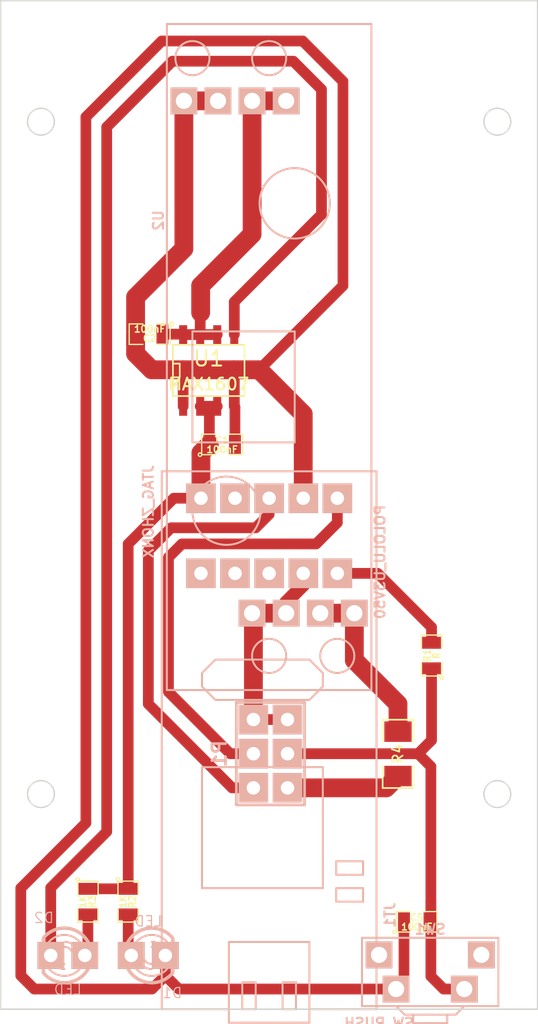
<source format=kicad_pcb>
(kicad_pcb (version 3) (host pcbnew "(2013-07-07 BZR 4022)-stable")

  (general
    (links 37)
    (no_connects 2)
    (area 69.583251 61.027021 139.593474 158.29)
    (thickness 1.6)
    (drawings 269)
    (tracks 109)
    (zones 0)
    (modules 14)
    (nets 13)
  )

  (page A4 portrait)
  (title_block 
    (title "ZHONX III")
    (rev "Aout 2014")
    (company PACABOT)
    (comment 1 "PLF 2014")
  )

  (layers
    (15 F.Cu signal)
    (0 B.Cu signal)
    (18 Dessous.Pate user)
    (19 Dessus.Pate user)
    (20 Dessous.SilkS user hide)
    (21 Dessus.SilkS user hide)
    (22 Dessous.Masque user)
    (23 Dessus.Masque user)
    (24 Dessin.User user)
    (25 Cmts.User user)
    (26 Eco1.User user hide)
    (27 Eco2.User user)
    (28 Contours.Ci user)
  )

  (setup
    (last_trace_width 1)
    (user_trace_width 0.2)
    (user_trace_width 0.2)
    (user_trace_width 0.4)
    (user_trace_width 0.4)
    (user_trace_width 0.6)
    (user_trace_width 0.6)
    (user_trace_width 0.8)
    (user_trace_width 0.8)
    (user_trace_width 1)
    (user_trace_width 1)
    (user_trace_width 1.2)
    (user_trace_width 1.4)
    (trace_clearance 0.3)
    (zone_clearance 0.3)
    (zone_45_only yes)
    (trace_min 0.2)
    (segment_width 0.1)
    (edge_width 0.1)
    (via_size 0.5)
    (via_drill 0.3)
    (via_min_size 0.5)
    (via_min_drill 0.3)
    (user_via 0.5 0.3)
    (user_via 0.5 0.3)
    (user_via 0.6 0.4)
    (user_via 0.6 0.4)
    (user_via 0.9 0.7)
    (user_via 0.9 0.7)
    (uvia_size 0.508)
    (uvia_drill 0.127)
    (uvias_allowed no)
    (uvia_min_size 0.508)
    (uvia_min_drill 0.127)
    (pcb_text_width 0.3)
    (pcb_text_size 1.5 1.5)
    (mod_edge_width 0.15)
    (mod_text_size 0.75 0.75)
    (mod_text_width 0.15)
    (pad_size 2 2)
    (pad_drill 1.2)
    (pad_to_mask_clearance 0)
    (aux_axis_origin 84.5 156.5)
    (visible_elements 7FFFEFC1)
    (pcbplotparams
      (layerselection 32768)
      (usegerberextensions false)
      (excludeedgelayer false)
      (linewidth 0.100000)
      (plotframeref false)
      (viasonmask false)
      (mode 1)
      (useauxorigin true)
      (hpglpennumber 1)
      (hpglpenspeed 20)
      (hpglpendiameter 15)
      (hpglpenoverlay 2)
      (psnegative false)
      (psa4output false)
      (plotreference false)
      (plotvalue false)
      (plotothertext false)
      (plotinvisibletext false)
      (padsonsilk false)
      (subtractmaskfromsilk false)
      (outputformat 1)
      (mirror false)
      (drillshape 0)
      (scaleselection 1)
      (outputdirectory Gerber/))
  )

  (net 0 "")
  (net 1 +5V)
  (net 2 +9V)
  (net 3 /RST)
  (net 4 /SWD_CLK)
  (net 5 /SWD_DAT)
  (net 6 GND)
  (net 7 N-000001)
  (net 8 N-0000014)
  (net 9 N-0000015)
  (net 10 N-000003)
  (net 11 N-000005)
  (net 12 N-000006)

  (net_class Default "This is the default net class."
    (clearance 0.3)
    (trace_width 1)
    (via_dia 0.5)
    (via_drill 0.3)
    (uvia_dia 0.508)
    (uvia_drill 0.127)
    (add_net "")
    (add_net +5V)
    (add_net +9V)
    (add_net /RST)
    (add_net /SWD_CLK)
    (add_net /SWD_DAT)
    (add_net GND)
    (add_net N-000001)
    (add_net N-0000014)
    (add_net N-0000015)
    (add_net N-000003)
    (add_net N-000005)
    (add_net N-000006)
  )

  (module LED-3MM (layer B.Cu) (tedit 53FC8EFB) (tstamp 53FC7394)
    (at 95.5 152.5)
    (descr "LED 3mm - Lead pitch 100mil (2,54mm)")
    (tags "LED led 3mm 3MM 100mil 2,54mm")
    (path /53FC7238)
    (fp_text reference D1 (at 1.778 2.794) (layer Dessous.SilkS)
      (effects (font (size 0.762 0.762) (thickness 0.0889)) (justify mirror))
    )
    (fp_text value LED (at 0 -2.54) (layer Dessous.SilkS)
      (effects (font (size 0.762 0.762) (thickness 0.0889)) (justify mirror))
    )
    (fp_line (start 1.8288 -1.27) (end 1.8288 1.27) (layer Dessous.SilkS) (width 0.254))
    (fp_arc (start 0.254 0) (end -1.27 0) (angle -39.8) (layer Dessous.SilkS) (width 0.1524))
    (fp_arc (start 0.254 0) (end -0.88392 -1.01092) (angle -41.6) (layer Dessous.SilkS) (width 0.1524))
    (fp_arc (start 0.254 0) (end 1.4097 0.9906) (angle -40.6) (layer Dessous.SilkS) (width 0.1524))
    (fp_arc (start 0.254 0) (end 1.778 0) (angle -39.8) (layer Dessous.SilkS) (width 0.1524))
    (fp_arc (start 0.254 0) (end 0.254 1.524) (angle -54.4) (layer Dessous.SilkS) (width 0.1524))
    (fp_arc (start 0.254 0) (end -0.9652 0.9144) (angle -53.1) (layer Dessous.SilkS) (width 0.1524))
    (fp_arc (start 0.254 0) (end 1.45542 -0.93472) (angle -52.1) (layer Dessous.SilkS) (width 0.1524))
    (fp_arc (start 0.254 0) (end 0.254 -1.524) (angle -52.1) (layer Dessous.SilkS) (width 0.1524))
    (fp_arc (start 0.254 0) (end -0.381 0) (angle -90) (layer Dessous.SilkS) (width 0.1524))
    (fp_arc (start 0.254 0) (end -0.762 0) (angle -90) (layer Dessous.SilkS) (width 0.1524))
    (fp_arc (start 0.254 0) (end 0.889 0) (angle -90) (layer Dessous.SilkS) (width 0.1524))
    (fp_arc (start 0.254 0) (end 1.27 0) (angle -90) (layer Dessous.SilkS) (width 0.1524))
    (fp_arc (start 0.254 0) (end 0.254 2.032) (angle -50.1) (layer Dessous.SilkS) (width 0.254))
    (fp_arc (start 0.254 0) (end -1.5367 0.95504) (angle -61.9) (layer Dessous.SilkS) (width 0.254))
    (fp_arc (start 0.254 0) (end 1.8034 -1.31064) (angle -49.7) (layer Dessous.SilkS) (width 0.254))
    (fp_arc (start 0.254 0) (end 0.254 -2.032) (angle -60.2) (layer Dessous.SilkS) (width 0.254))
    (fp_arc (start 0.254 0) (end -1.778 0) (angle -28.3) (layer Dessous.SilkS) (width 0.254))
    (fp_arc (start 0.254 0) (end -1.47574 -1.06426) (angle -31.6) (layer Dessous.SilkS) (width 0.254))
    (pad 1 thru_hole rect (at -1.27 0) (size 2 2) (drill 1)
      (layers *.Cu *.Mask Dessous.SilkS)
      (net 12 N-000006)
    )
    (pad 2 thru_hole rect (at 1.27 0) (size 2 2) (drill 1)
      (layers *.Cu *.Mask Dessous.SilkS)
      (net 6 GND)
    )
    (model discret/leds/led3_vertical_verde.wrl
      (at (xyz 0 0 0))
      (scale (xyz 1 1 1))
      (rotate (xyz 0 0 0))
    )
  )

  (module CONN_BASE   locked (layer B.Cu) (tedit 53FC8EE3) (tstamp 536D2FB4)
    (at 104.6 137.5 270)
    (descr "Double rangee de contacts 2 x 4 pins")
    (tags CONN)
    (path /53FC7689)
    (fp_text reference P1 (at 0 3.81 270) (layer Dessous.SilkS)
      (effects (font (size 1.016 1.016) (thickness 0.2032)) (justify mirror))
    )
    (fp_text value CONN_BASE (at 0 -3.81 270) (layer Dessous.SilkS) hide
      (effects (font (size 1.016 1.016) (thickness 0.2032)) (justify mirror))
    )
    (fp_line (start 3.81 -2.54) (end -3.81 -2.54) (layer Dessous.SilkS) (width 0.2032))
    (fp_line (start -3.81 2.54) (end 3.81 2.54) (layer Dessous.SilkS) (width 0.2032))
    (fp_line (start 3.81 2.54) (end 3.81 -2.54) (layer Dessous.SilkS) (width 0.2032))
    (fp_line (start -3.81 -2.54) (end -3.81 2.54) (layer Dessous.SilkS) (width 0.2032))
    (pad 1 thru_hole rect (at -2.54 -1.27 270) (size 2.2 2.2) (drill 1)
      (layers *.Cu *.Mask Dessous.SilkS)
      (net 6 GND)
    )
    (pad 6 thru_hole rect (at -2.54 1.27 270) (size 2.2 2.2) (drill 1)
      (layers *.Cu *.Mask Dessous.SilkS)
      (net 6 GND)
    )
    (pad 2 thru_hole rect (at 0 -1.27 270) (size 2.2 2.2) (drill 1)
      (layers *.Cu *.Mask Dessous.SilkS)
      (net 3 /RST)
    )
    (pad 5 thru_hole rect (at 0 1.27 270) (size 2.2 2.2) (drill 1)
      (layers *.Cu *.Mask Dessous.SilkS)
      (net 5 /SWD_DAT)
    )
    (pad 3 thru_hole rect (at 2.54 -1.27 270) (size 2.2 2.2) (drill 1)
      (layers *.Cu *.Mask Dessous.SilkS)
      (net 2 +9V)
    )
    (pad 4 thru_hole rect (at 2.54 1.27 270) (size 2.2 2.2) (drill 1)
      (layers *.Cu *.Mask Dessous.SilkS)
      (net 4 /SWD_CLK)
    )
    (model pin_array/pins_array_3x2.wrl
      (at (xyz 0 0 0))
      (scale (xyz 1 1 1))
      (rotate (xyz 0 0 0))
    )
  )

  (module SO8E (layer F.Cu) (tedit 4F33A5C7) (tstamp 53FC72F7)
    (at 100 109)
    (descr "module CMS SOJ 8 pins etroit")
    (tags "CMS SOJ")
    (path /53FC7220)
    (attr smd)
    (fp_text reference U1 (at 0 -0.889) (layer Dessus.SilkS)
      (effects (font (size 1.143 1.143) (thickness 0.1524)))
    )
    (fp_text value MAX1607 (at 0 1.016) (layer Dessus.SilkS)
      (effects (font (size 0.889 0.889) (thickness 0.1524)))
    )
    (fp_line (start -2.667 1.778) (end -2.667 1.905) (layer Dessus.SilkS) (width 0.127))
    (fp_line (start -2.667 1.905) (end 2.667 1.905) (layer Dessus.SilkS) (width 0.127))
    (fp_line (start 2.667 -1.905) (end -2.667 -1.905) (layer Dessus.SilkS) (width 0.127))
    (fp_line (start -2.667 -1.905) (end -2.667 1.778) (layer Dessus.SilkS) (width 0.127))
    (fp_line (start -2.667 -0.508) (end -2.159 -0.508) (layer Dessus.SilkS) (width 0.127))
    (fp_line (start -2.159 -0.508) (end -2.159 0.508) (layer Dessus.SilkS) (width 0.127))
    (fp_line (start -2.159 0.508) (end -2.667 0.508) (layer Dessus.SilkS) (width 0.127))
    (fp_line (start 2.667 -1.905) (end 2.667 1.905) (layer Dessus.SilkS) (width 0.127))
    (pad 8 smd rect (at -1.905 -2.667) (size 0.59944 1.39954)
      (layers F.Cu Dessus.Pate Dessus.Masque)
      (net 9 N-0000015)
    )
    (pad 1 smd rect (at -1.905 2.667) (size 0.59944 1.39954)
      (layers F.Cu Dessus.Pate Dessus.Masque)
      (net 6 GND)
    )
    (pad 7 smd rect (at -0.635 -2.667) (size 0.59944 1.39954)
      (layers F.Cu Dessus.Pate Dessus.Masque)
      (net 9 N-0000015)
    )
    (pad 6 smd rect (at 0.635 -2.667) (size 0.59944 1.39954)
      (layers F.Cu Dessus.Pate Dessus.Masque)
      (net 9 N-0000015)
    )
    (pad 5 smd rect (at 1.905 -2.667) (size 0.59944 1.39954)
      (layers F.Cu Dessus.Pate Dessus.Masque)
      (net 11 N-000005)
    )
    (pad 2 smd rect (at -0.635 2.667) (size 0.59944 1.39954)
      (layers F.Cu Dessus.Pate Dessus.Masque)
      (net 1 +5V)
    )
    (pad 3 smd rect (at 0.635 2.667) (size 0.59944 1.39954)
      (layers F.Cu Dessus.Pate Dessus.Masque)
      (net 1 +5V)
    )
    (pad 4 smd rect (at 1.905 2.667) (size 0.59944 1.39954)
      (layers F.Cu Dessus.Pate Dessus.Masque)
      (net 6 GND)
    )
    (model smd/cms_so8.wrl
      (at (xyz 0 0 0))
      (scale (xyz 0.5 0.32 0.5))
      (rotate (xyz 0 0 0))
    )
  )

  (module SM0805 (layer F.Cu) (tedit 5091495C) (tstamp 53FC7320)
    (at 116.6 130.2 90)
    (path /53FC721C)
    (attr smd)
    (fp_text reference R1 (at 0 -0.3175 90) (layer Dessus.SilkS)
      (effects (font (size 0.50038 0.50038) (thickness 0.10922)))
    )
    (fp_text value R (at 0 0.381 90) (layer Dessus.SilkS)
      (effects (font (size 0.50038 0.50038) (thickness 0.10922)))
    )
    (fp_circle (center -1.651 0.762) (end -1.651 0.635) (layer Dessus.SilkS) (width 0.09906))
    (fp_line (start -0.508 0.762) (end -1.524 0.762) (layer Dessus.SilkS) (width 0.09906))
    (fp_line (start -1.524 0.762) (end -1.524 -0.762) (layer Dessus.SilkS) (width 0.09906))
    (fp_line (start -1.524 -0.762) (end -0.508 -0.762) (layer Dessus.SilkS) (width 0.09906))
    (fp_line (start 0.508 -0.762) (end 1.524 -0.762) (layer Dessus.SilkS) (width 0.09906))
    (fp_line (start 1.524 -0.762) (end 1.524 0.762) (layer Dessus.SilkS) (width 0.09906))
    (fp_line (start 1.524 0.762) (end 0.508 0.762) (layer Dessus.SilkS) (width 0.09906))
    (pad 1 smd rect (at -0.9525 0 90) (size 0.889 1.397)
      (layers F.Cu Dessus.Pate Dessus.Masque)
      (net 3 /RST)
    )
    (pad 2 smd rect (at 0.9525 0 90) (size 0.889 1.397)
      (layers F.Cu Dessus.Pate Dessus.Masque)
      (net 8 N-0000014)
    )
    (model smd/chip_cms.wrl
      (at (xyz 0 0 0))
      (scale (xyz 0.1 0.1 0.1))
      (rotate (xyz 0 0 0))
    )
  )

  (module SM0805 (layer F.Cu) (tedit 5091495C) (tstamp 53FC732D)
    (at 115.5 150)
    (path /53FC721E)
    (attr smd)
    (fp_text reference C5 (at 0 -0.3175) (layer Dessus.SilkS)
      (effects (font (size 0.50038 0.50038) (thickness 0.10922)))
    )
    (fp_text value 100nF (at 0 0.381) (layer Dessus.SilkS)
      (effects (font (size 0.50038 0.50038) (thickness 0.10922)))
    )
    (fp_circle (center -1.651 0.762) (end -1.651 0.635) (layer Dessus.SilkS) (width 0.09906))
    (fp_line (start -0.508 0.762) (end -1.524 0.762) (layer Dessus.SilkS) (width 0.09906))
    (fp_line (start -1.524 0.762) (end -1.524 -0.762) (layer Dessus.SilkS) (width 0.09906))
    (fp_line (start -1.524 -0.762) (end -0.508 -0.762) (layer Dessus.SilkS) (width 0.09906))
    (fp_line (start 0.508 -0.762) (end 1.524 -0.762) (layer Dessus.SilkS) (width 0.09906))
    (fp_line (start 1.524 -0.762) (end 1.524 0.762) (layer Dessus.SilkS) (width 0.09906))
    (fp_line (start 1.524 0.762) (end 0.508 0.762) (layer Dessus.SilkS) (width 0.09906))
    (pad 1 smd rect (at -0.9525 0) (size 0.889 1.397)
      (layers F.Cu Dessus.Pate Dessus.Masque)
      (net 6 GND)
    )
    (pad 2 smd rect (at 0.9525 0) (size 0.889 1.397)
      (layers F.Cu Dessus.Pate Dessus.Masque)
      (net 3 /RST)
    )
    (model smd/chip_cms.wrl
      (at (xyz 0 0 0))
      (scale (xyz 0.1 0.1 0.1))
      (rotate (xyz 0 0 0))
    )
  )

  (module SM0805 (layer F.Cu) (tedit 5091495C) (tstamp 53FC733A)
    (at 95.6 106.3 180)
    (path /53FC7225)
    (attr smd)
    (fp_text reference C2 (at 0 -0.3175 180) (layer Dessus.SilkS)
      (effects (font (size 0.50038 0.50038) (thickness 0.10922)))
    )
    (fp_text value 100nF (at 0 0.381 180) (layer Dessus.SilkS)
      (effects (font (size 0.50038 0.50038) (thickness 0.10922)))
    )
    (fp_circle (center -1.651 0.762) (end -1.651 0.635) (layer Dessus.SilkS) (width 0.09906))
    (fp_line (start -0.508 0.762) (end -1.524 0.762) (layer Dessus.SilkS) (width 0.09906))
    (fp_line (start -1.524 0.762) (end -1.524 -0.762) (layer Dessus.SilkS) (width 0.09906))
    (fp_line (start -1.524 -0.762) (end -0.508 -0.762) (layer Dessus.SilkS) (width 0.09906))
    (fp_line (start 0.508 -0.762) (end 1.524 -0.762) (layer Dessus.SilkS) (width 0.09906))
    (fp_line (start 1.524 -0.762) (end 1.524 0.762) (layer Dessus.SilkS) (width 0.09906))
    (fp_line (start 1.524 0.762) (end 0.508 0.762) (layer Dessus.SilkS) (width 0.09906))
    (pad 1 smd rect (at -0.9525 0 180) (size 0.889 1.397)
      (layers F.Cu Dessus.Pate Dessus.Masque)
      (net 9 N-0000015)
    )
    (pad 2 smd rect (at 0.9525 0 180) (size 0.889 1.397)
      (layers F.Cu Dessus.Pate Dessus.Masque)
      (net 6 GND)
    )
    (model smd/chip_cms.wrl
      (at (xyz 0 0 0))
      (scale (xyz 0.1 0.1 0.1))
      (rotate (xyz 0 0 0))
    )
  )

  (module SM0805 (layer F.Cu) (tedit 5091495C) (tstamp 53FC7347)
    (at 101 114.5)
    (path /53FC7226)
    (attr smd)
    (fp_text reference C1 (at 0 -0.3175) (layer Dessus.SilkS)
      (effects (font (size 0.50038 0.50038) (thickness 0.10922)))
    )
    (fp_text value 100nF (at 0 0.381) (layer Dessus.SilkS)
      (effects (font (size 0.50038 0.50038) (thickness 0.10922)))
    )
    (fp_circle (center -1.651 0.762) (end -1.651 0.635) (layer Dessus.SilkS) (width 0.09906))
    (fp_line (start -0.508 0.762) (end -1.524 0.762) (layer Dessus.SilkS) (width 0.09906))
    (fp_line (start -1.524 0.762) (end -1.524 -0.762) (layer Dessus.SilkS) (width 0.09906))
    (fp_line (start -1.524 -0.762) (end -0.508 -0.762) (layer Dessus.SilkS) (width 0.09906))
    (fp_line (start 0.508 -0.762) (end 1.524 -0.762) (layer Dessus.SilkS) (width 0.09906))
    (fp_line (start 1.524 -0.762) (end 1.524 0.762) (layer Dessus.SilkS) (width 0.09906))
    (fp_line (start 1.524 0.762) (end 0.508 0.762) (layer Dessus.SilkS) (width 0.09906))
    (pad 1 smd rect (at -0.9525 0) (size 0.889 1.397)
      (layers F.Cu Dessus.Pate Dessus.Masque)
      (net 1 +5V)
    )
    (pad 2 smd rect (at 0.9525 0) (size 0.889 1.397)
      (layers F.Cu Dessus.Pate Dessus.Masque)
      (net 6 GND)
    )
    (model smd/chip_cms.wrl
      (at (xyz 0 0 0))
      (scale (xyz 0.1 0.1 0.1))
      (rotate (xyz 0 0 0))
    )
  )

  (module SM0805 (layer F.Cu) (tedit 5091495C) (tstamp 53FC7354)
    (at 91 148.5 270)
    (path /53FC7231)
    (attr smd)
    (fp_text reference R3 (at 0 -0.3175 270) (layer Dessus.SilkS)
      (effects (font (size 0.50038 0.50038) (thickness 0.10922)))
    )
    (fp_text value 1K (at 0 0.381 270) (layer Dessus.SilkS)
      (effects (font (size 0.50038 0.50038) (thickness 0.10922)))
    )
    (fp_circle (center -1.651 0.762) (end -1.651 0.635) (layer Dessus.SilkS) (width 0.09906))
    (fp_line (start -0.508 0.762) (end -1.524 0.762) (layer Dessus.SilkS) (width 0.09906))
    (fp_line (start -1.524 0.762) (end -1.524 -0.762) (layer Dessus.SilkS) (width 0.09906))
    (fp_line (start -1.524 -0.762) (end -0.508 -0.762) (layer Dessus.SilkS) (width 0.09906))
    (fp_line (start 0.508 -0.762) (end 1.524 -0.762) (layer Dessus.SilkS) (width 0.09906))
    (fp_line (start 1.524 -0.762) (end 1.524 0.762) (layer Dessus.SilkS) (width 0.09906))
    (fp_line (start 1.524 0.762) (end 0.508 0.762) (layer Dessus.SilkS) (width 0.09906))
    (pad 1 smd rect (at -0.9525 0 270) (size 0.889 1.397)
      (layers F.Cu Dessus.Pate Dessus.Masque)
      (net 1 +5V)
    )
    (pad 2 smd rect (at 0.9525 0 270) (size 0.889 1.397)
      (layers F.Cu Dessus.Pate Dessus.Masque)
      (net 7 N-000001)
    )
    (model smd/chip_cms.wrl
      (at (xyz 0 0 0))
      (scale (xyz 0.1 0.1 0.1))
      (rotate (xyz 0 0 0))
    )
  )

  (module SM0805 (layer F.Cu) (tedit 5091495C) (tstamp 53FC7361)
    (at 94 148.5 270)
    (path /53FC723A)
    (attr smd)
    (fp_text reference R2 (at 0 -0.3175 270) (layer Dessus.SilkS)
      (effects (font (size 0.50038 0.50038) (thickness 0.10922)))
    )
    (fp_text value 1K (at 0 0.381 270) (layer Dessus.SilkS)
      (effects (font (size 0.50038 0.50038) (thickness 0.10922)))
    )
    (fp_circle (center -1.651 0.762) (end -1.651 0.635) (layer Dessus.SilkS) (width 0.09906))
    (fp_line (start -0.508 0.762) (end -1.524 0.762) (layer Dessus.SilkS) (width 0.09906))
    (fp_line (start -1.524 0.762) (end -1.524 -0.762) (layer Dessus.SilkS) (width 0.09906))
    (fp_line (start -1.524 -0.762) (end -0.508 -0.762) (layer Dessus.SilkS) (width 0.09906))
    (fp_line (start 0.508 -0.762) (end 1.524 -0.762) (layer Dessus.SilkS) (width 0.09906))
    (fp_line (start 1.524 -0.762) (end 1.524 0.762) (layer Dessus.SilkS) (width 0.09906))
    (fp_line (start 1.524 0.762) (end 0.508 0.762) (layer Dessus.SilkS) (width 0.09906))
    (pad 1 smd rect (at -0.9525 0 270) (size 0.889 1.397)
      (layers F.Cu Dessus.Pate Dessus.Masque)
      (net 1 +5V)
    )
    (pad 2 smd rect (at 0.9525 0 270) (size 0.889 1.397)
      (layers F.Cu Dessus.Pate Dessus.Masque)
      (net 12 N-000006)
    )
    (model smd/chip_cms.wrl
      (at (xyz 0 0 0))
      (scale (xyz 0.1 0.1 0.1))
      (rotate (xyz 0 0 0))
    )
  )

  (module LED-3MM (layer B.Cu) (tedit 53FC7D9B) (tstamp 53FC73AD)
    (at 89.5 152.5 180)
    (descr "LED 3mm - Lead pitch 100mil (2,54mm)")
    (tags "LED led 3mm 3MM 100mil 2,54mm")
    (path /53FC723B)
    (fp_text reference D2 (at 1.778 2.794 180) (layer Dessous.SilkS)
      (effects (font (size 0.762 0.762) (thickness 0.0889)) (justify mirror))
    )
    (fp_text value LED (at 0 -2.54 180) (layer Dessous.SilkS)
      (effects (font (size 0.762 0.762) (thickness 0.0889)) (justify mirror))
    )
    (fp_line (start 1.8288 -1.27) (end 1.8288 1.27) (layer Dessous.SilkS) (width 0.254))
    (fp_arc (start 0.254 0) (end -1.27 0) (angle -39.8) (layer Dessous.SilkS) (width 0.1524))
    (fp_arc (start 0.254 0) (end -0.88392 -1.01092) (angle -41.6) (layer Dessous.SilkS) (width 0.1524))
    (fp_arc (start 0.254 0) (end 1.4097 0.9906) (angle -40.6) (layer Dessous.SilkS) (width 0.1524))
    (fp_arc (start 0.254 0) (end 1.778 0) (angle -39.8) (layer Dessous.SilkS) (width 0.1524))
    (fp_arc (start 0.254 0) (end 0.254 1.524) (angle -54.4) (layer Dessous.SilkS) (width 0.1524))
    (fp_arc (start 0.254 0) (end -0.9652 0.9144) (angle -53.1) (layer Dessous.SilkS) (width 0.1524))
    (fp_arc (start 0.254 0) (end 1.45542 -0.93472) (angle -52.1) (layer Dessous.SilkS) (width 0.1524))
    (fp_arc (start 0.254 0) (end 0.254 -1.524) (angle -52.1) (layer Dessous.SilkS) (width 0.1524))
    (fp_arc (start 0.254 0) (end -0.381 0) (angle -90) (layer Dessous.SilkS) (width 0.1524))
    (fp_arc (start 0.254 0) (end -0.762 0) (angle -90) (layer Dessous.SilkS) (width 0.1524))
    (fp_arc (start 0.254 0) (end 0.889 0) (angle -90) (layer Dessous.SilkS) (width 0.1524))
    (fp_arc (start 0.254 0) (end 1.27 0) (angle -90) (layer Dessous.SilkS) (width 0.1524))
    (fp_arc (start 0.254 0) (end 0.254 2.032) (angle -50.1) (layer Dessous.SilkS) (width 0.254))
    (fp_arc (start 0.254 0) (end -1.5367 0.95504) (angle -61.9) (layer Dessous.SilkS) (width 0.254))
    (fp_arc (start 0.254 0) (end 1.8034 -1.31064) (angle -49.7) (layer Dessous.SilkS) (width 0.254))
    (fp_arc (start 0.254 0) (end 0.254 -2.032) (angle -60.2) (layer Dessous.SilkS) (width 0.254))
    (fp_arc (start 0.254 0) (end -1.778 0) (angle -28.3) (layer Dessous.SilkS) (width 0.254))
    (fp_arc (start 0.254 0) (end -1.47574 -1.06426) (angle -31.6) (layer Dessous.SilkS) (width 0.254))
    (pad 1 thru_hole rect (at -1.27 0 180) (size 2 2) (drill 1)
      (layers *.Cu *.Mask Dessous.SilkS)
      (net 7 N-000001)
    )
    (pad 2 thru_hole rect (at 1.27 0 180) (size 2 2) (drill 1)
      (layers *.Cu *.Mask Dessous.SilkS)
      (net 11 N-000005)
    )
    (model discret/leds/led3_vertical_verde.wrl
      (at (xyz 0 0 0))
      (scale (xyz 1 1 1))
      (rotate (xyz 0 0 0))
    )
  )

  (module JTAG_ZHONX_III (layer B.Cu) (tedit 53FC8EB9) (tstamp 53FE4111)
    (at 104.5 118.5 90)
    (path /53FC721B)
    (fp_text reference JT1 (at -31 9 90) (layer Dessous.SilkS)
      (effects (font (size 0.75 0.75) (thickness 0.15)) (justify mirror))
    )
    (fp_text value JTAG_ZHONX (at -1 -9 90) (layer Dessous.SilkS)
      (effects (font (size 0.75 0.75) (thickness 0.15)) (justify mirror))
    )
    (fp_line (start -28 7) (end -27 7) (layer Dessous.SilkS) (width 0.15))
    (fp_line (start -27 7) (end -27 5) (layer Dessous.SilkS) (width 0.15))
    (fp_line (start -27 5) (end -28 5) (layer Dessous.SilkS) (width 0.15))
    (fp_line (start -28 5) (end -28 7) (layer Dessous.SilkS) (width 0.15))
    (fp_line (start -29 5) (end -30 5) (layer Dessous.SilkS) (width 0.15))
    (fp_line (start -30 5) (end -30 6) (layer Dessous.SilkS) (width 0.15))
    (fp_line (start -30 6) (end -30 7) (layer Dessous.SilkS) (width 0.15))
    (fp_line (start -30 7) (end -29 7) (layer Dessous.SilkS) (width 0.15))
    (fp_line (start -29 7) (end -29 5) (layer Dessous.SilkS) (width 0.15))
    (fp_line (start -15 3) (end -14 4) (layer Dessous.SilkS) (width 0.15))
    (fp_line (start -14 4) (end -13 4) (layer Dessous.SilkS) (width 0.15))
    (fp_line (start -13 4) (end -12 3) (layer Dessous.SilkS) (width 0.15))
    (fp_line (start -12 3) (end -12 -4) (layer Dessous.SilkS) (width 0.15))
    (fp_line (start -12 -4) (end -13 -5) (layer Dessous.SilkS) (width 0.15))
    (fp_line (start -13 -5) (end -14 -5) (layer Dessous.SilkS) (width 0.15))
    (fp_line (start -14 -5) (end -15 -4) (layer Dessous.SilkS) (width 0.15))
    (fp_line (start -15 -4) (end -15 3) (layer Dessous.SilkS) (width 0.15))
    (fp_line (start -28 4) (end -29 4) (layer Dessous.SilkS) (width 0.15))
    (fp_line (start -29 4) (end -29 -5) (layer Dessous.SilkS) (width 0.15))
    (fp_line (start -29 -5) (end -28 -5) (layer Dessous.SilkS) (width 0.15))
    (fp_line (start -28 4) (end -20 4) (layer Dessous.SilkS) (width 0.15))
    (fp_line (start -20 4) (end -20 -5) (layer Dessous.SilkS) (width 0.15))
    (fp_line (start -20 -5) (end -28 -5) (layer Dessous.SilkS) (width 0.15))
    (fp_line (start -38 -3) (end -38 -8) (layer Dessous.SilkS) (width 0.15))
    (fp_line (start -38 8) (end -38 3) (layer Dessous.SilkS) (width 0.15))
    (fp_line (start -38 -1) (end -36 -1) (layer Dessous.SilkS) (width 0.15))
    (fp_line (start -36 -1) (end -36 -2) (layer Dessous.SilkS) (width 0.15))
    (fp_line (start -36 -2) (end -38 -2) (layer Dessous.SilkS) (width 0.15))
    (fp_line (start -38 -2) (end -38 -1) (layer Dessous.SilkS) (width 0.15))
    (fp_line (start -36 1) (end -38 1) (layer Dessous.SilkS) (width 0.15))
    (fp_line (start -38 1) (end -38 2) (layer Dessous.SilkS) (width 0.15))
    (fp_line (start -38 2) (end -36 2) (layer Dessous.SilkS) (width 0.15))
    (fp_line (start -36 2) (end -36 1) (layer Dessous.SilkS) (width 0.15))
    (fp_line (start -39 3) (end -33 3) (layer Dessous.SilkS) (width 0.15))
    (fp_line (start -33 3) (end -33 -3) (layer Dessous.SilkS) (width 0.15))
    (fp_line (start -33 -3) (end -39 -3) (layer Dessous.SilkS) (width 0.15))
    (fp_line (start -39 -3) (end -39 3) (layer Dessous.SilkS) (width 0.15))
    (fp_line (start -39 2) (end -39 -2) (layer Dessous.SilkS) (width 0.15))
    (fp_line (start 2 8) (end -38 8) (layer Dessous.SilkS) (width 0.15))
    (fp_line (start -38 -8) (end 2 -8) (layer Dessous.SilkS) (width 0.15))
    (fp_line (start 2 -8) (end 2 8) (layer Dessous.SilkS) (width 0.15))
    (pad 1 thru_hole rect (at -5.588 5.08 90) (size 2.2 2.2) (drill 1)
      (layers *.Cu *.Mask Dessous.SilkS)
      (net 8 N-0000014)
    )
    (pad 2 thru_hole rect (at -5.588 2.54 90) (size 2.2 2.2) (drill 1)
      (layers *.Cu *.Mask Dessous.SilkS)
      (net 6 GND)
    )
    (pad 3 thru_hole rect (at -5.588 0 90) (size 2.2 2.2) (drill 1)
      (layers *.Cu *.Mask Dessous.SilkS)
    )
    (pad 4 thru_hole rect (at -5.588 -2.54 90) (size 2.2 2.2) (drill 1)
      (layers *.Cu *.Mask Dessous.SilkS)
    )
    (pad 5 thru_hole rect (at -5.588 -5.08 90) (size 2.2 2.2) (drill 1)
      (layers *.Cu *.Mask Dessous.SilkS)
      (net 1 +5V)
    )
    (pad 6 thru_hole rect (at 0 -5.08 90) (size 2.2 2.2) (drill 1)
      (layers *.Cu *.Mask Dessous.SilkS)
      (net 1 +5V)
    )
    (pad 7 thru_hole rect (at 0 -2.54 90) (size 2.2 2.2) (drill 1)
      (layers *.Cu *.Mask Dessous.SilkS)
    )
    (pad 8 thru_hole rect (at 0 0 90) (size 2.2 2.2) (drill 1)
      (layers *.Cu *.Mask Dessous.SilkS)
      (net 4 /SWD_CLK)
    )
    (pad 9 thru_hole rect (at 0 2.54 90) (size 2.2 2.2) (drill 1)
      (layers *.Cu *.Mask Dessous.SilkS)
      (net 6 GND)
    )
    (pad 10 thru_hole rect (at 0 5.08 90) (size 2.2 2.2) (drill 1)
      (layers *.Cu *.Mask Dessous.SilkS)
      (net 5 /SWD_DAT)
    )
  )

  (module SM1206 (layer F.Cu) (tedit 42806E24) (tstamp 53FD2100)
    (at 114.1 137.51 270)
    (path /53FC87E9)
    (attr smd)
    (fp_text reference R4 (at 0 0 270) (layer Dessus.SilkS)
      (effects (font (size 0.762 0.762) (thickness 0.127)))
    )
    (fp_text value 0 (at 0 0 270) (layer Dessus.SilkS) hide
      (effects (font (size 0.762 0.762) (thickness 0.127)))
    )
    (fp_line (start -2.54 -1.143) (end -2.54 1.143) (layer Dessus.SilkS) (width 0.127))
    (fp_line (start -2.54 1.143) (end -0.889 1.143) (layer Dessus.SilkS) (width 0.127))
    (fp_line (start 0.889 -1.143) (end 2.54 -1.143) (layer Dessus.SilkS) (width 0.127))
    (fp_line (start 2.54 -1.143) (end 2.54 1.143) (layer Dessus.SilkS) (width 0.127))
    (fp_line (start 2.54 1.143) (end 0.889 1.143) (layer Dessus.SilkS) (width 0.127))
    (fp_line (start -0.889 -1.143) (end -2.54 -1.143) (layer Dessus.SilkS) (width 0.127))
    (pad 1 smd rect (at -1.651 0 270) (size 1.524 2.032)
      (layers F.Cu Dessus.Pate Dessus.Masque)
      (net 10 N-000003)
    )
    (pad 2 smd rect (at 1.651 0 270) (size 1.524 2.032)
      (layers F.Cu Dessus.Pate Dessus.Masque)
      (net 2 +9V)
    )
    (model smd/chip_cms.wrl
      (at (xyz 0 0 0))
      (scale (xyz 0.17 0.16 0.16))
      (rotate (xyz 0 0 0))
    )
  )

  (module Pololu_Step-up (layer B.Cu) (tedit 53FDC187) (tstamp 53FE4041)
    (at 104.5 108 270)
    (path /53FCFB2F)
    (fp_text reference U2 (at -10.16 8.255 270) (layer Dessous.SilkS)
      (effects (font (size 0.75 0.75) (thickness 0.15)) (justify mirror))
    )
    (fp_text value POLOLU_U3V50 (at 15.24 -8.255 270) (layer Dessous.SilkS)
      (effects (font (size 0.75 0.75) (thickness 0.15)) (justify mirror))
    )
    (fp_line (start -1.905 5.715) (end -1.905 -1.905) (layer Dessous.SilkS) (width 0.15))
    (fp_line (start -1.905 5.715) (end 6.35 5.715) (layer Dessous.SilkS) (width 0.15))
    (fp_line (start 6.35 5.715) (end 6.35 -1.905) (layer Dessous.SilkS) (width 0.15))
    (fp_line (start 6.35 -1.905) (end -1.905 -1.905) (layer Dessous.SilkS) (width 0.15))
    (fp_circle (center 11.43 3.175) (end 11.43 0.635) (layer Dessous.SilkS) (width 0.15))
    (fp_circle (center -11.43 -1.905) (end -10.795 -4.445) (layer Dessous.SilkS) (width 0.15))
    (fp_circle (center -22.225 0) (end -22.225 -1.27) (layer Dessous.SilkS) (width 0.15))
    (fp_circle (center -22.225 5.715) (end -22.225 4.445) (layer Dessous.SilkS) (width 0.15))
    (fp_circle (center 22.225 -5.08) (end 22.225 -6.35) (layer Dessous.SilkS) (width 0.15))
    (fp_circle (center 22.225 0) (end 22.225 -1.27) (layer Dessous.SilkS) (width 0.15))
    (fp_line (start 0 7.62) (end 24.765 7.62) (layer Dessous.SilkS) (width 0.15))
    (fp_line (start 24.765 7.62) (end 24.765 -7.62) (layer Dessous.SilkS) (width 0.15))
    (fp_line (start 24.765 -7.62) (end -24.765 -7.62) (layer Dessous.SilkS) (width 0.15))
    (fp_line (start -24.765 -7.62) (end -24.765 7.62) (layer Dessous.SilkS) (width 0.15))
    (fp_line (start -24.765 7.62) (end 0 7.62) (layer Dessous.SilkS) (width 0.15))
    (pad 1 thru_hole rect (at -19.05 6.35 270) (size 2 2) (drill 1.2)
      (layers *.Cu *.Mask Dessous.SilkS)
      (net 6 GND)
    )
    (pad 3 thru_hole rect (at 19.05 1.27 270) (size 2 2) (drill 1.2)
      (layers *.Cu *.Mask Dessous.SilkS)
      (net 6 GND)
    )
    (pad 1 thru_hole rect (at -19.05 3.81 270) (size 2 2) (drill 1.2)
      (layers *.Cu *.Mask Dessous.SilkS)
      (net 6 GND)
    )
    (pad 3 thru_hole rect (at 19.05 -1.27 270) (size 2 2) (drill 1.2)
      (layers *.Cu *.Mask Dessous.SilkS)
      (net 6 GND)
    )
    (pad 2 thru_hole rect (at -19.05 1.27 270) (size 2 2) (drill 1.2)
      (layers *.Cu *.Mask Dessous.SilkS)
      (net 9 N-0000015)
    )
    (pad 2 thru_hole rect (at -19.05 -1.27 270) (size 2 2) (drill 1.2)
      (layers *.Cu *.Mask Dessous.SilkS)
      (net 9 N-0000015)
    )
    (pad 4 thru_hole rect (at 19.05 -3.81 270) (size 2 2) (drill 1.2)
      (layers *.Cu *.Mask Dessous.SilkS)
      (net 10 N-000003)
    )
    (pad 4 thru_hole rect (at 19.05 -6.35 270) (size 2 2) (drill 1.2)
      (layers *.Cu *.Mask Dessous.SilkS)
      (net 10 N-000003)
    )
  )

  (module Switch_MCTA4 (layer B.Cu) (tedit 53FDC19E) (tstamp 53FC72E3)
    (at 116.5 155 180)
    (path /53FC7218)
    (fp_text reference SW1 (at 0 4.445 180) (layer Dessous.SilkS)
      (effects (font (size 0.75 0.75) (thickness 0.15)) (justify mirror))
    )
    (fp_text value SW_PUSH (at 3.81 -2.54 180) (layer Dessous.SilkS)
      (effects (font (size 0.75 0.75) (thickness 0.15)) (justify mirror))
    )
    (fp_line (start 0 -2.54) (end 1.27 -2.54) (layer Dessous.SilkS) (width 0.15))
    (fp_line (start 1.27 -2.54) (end 1.27 -1.905) (layer Dessous.SilkS) (width 0.15))
    (fp_line (start 0 -1.905) (end 1.905 -1.905) (layer Dessous.SilkS) (width 0.15))
    (fp_line (start 1.905 -1.905) (end 2.54 -1.27) (layer Dessous.SilkS) (width 0.15))
    (fp_line (start 0 -1.27) (end -5.08 -1.27) (layer Dessous.SilkS) (width 0.15))
    (fp_line (start -5.08 -1.27) (end -5.08 3.81) (layer Dessous.SilkS) (width 0.15))
    (fp_line (start -5.08 3.81) (end 5.08 3.81) (layer Dessous.SilkS) (width 0.15))
    (fp_line (start 5.08 3.81) (end 5.08 -1.27) (layer Dessous.SilkS) (width 0.15))
    (fp_line (start 5.08 -1.27) (end 0 -1.27) (layer Dessous.SilkS) (width 0.15))
    (fp_line (start -1.905 -1.905) (end -2.54 -1.27) (layer Dessous.SilkS) (width 0.15))
    (fp_line (start 0 -1.905) (end -1.905 -1.905) (layer Dessous.SilkS) (width 0.15))
    (fp_line (start 0 -2.54) (end -1.27 -2.54) (layer Dessous.SilkS) (width 0.15))
    (fp_line (start -1.27 -2.54) (end -1.27 -1.905) (layer Dessous.SilkS) (width 0.15))
    (pad 1 thru_hole rect (at -2.54 0 180) (size 2 2) (drill 1.2)
      (layers *.Cu *.Mask Dessous.SilkS)
      (net 3 /RST)
    )
    (pad 2 thru_hole rect (at 2.54 0 180) (size 2 2) (drill 1.2)
      (layers *.Cu *.Mask Dessous.SilkS)
      (net 6 GND)
    )
    (pad "" thru_hole rect (at 3.81 2.54 180) (size 2 2) (drill 1.2)
      (layers *.Cu *.Mask Dessous.SilkS)
    )
    (pad "" thru_hole rect (at -3.81 2.54 180) (size 2 2) (drill 1.2)
      (layers *.Cu *.Mask Dessous.SilkS)
    )
  )

  (gr_circle (center 121.5 90.5) (end 122.5 90.5) (layer Contours.Ci) (width 0.1))
  (gr_circle (center 87.5 90.5) (end 88.5 90.5) (layer Contours.Ci) (width 0.1))
  (gr_circle (center 87.5 140.5) (end 86.5 140.5) (layer Contours.Ci) (width 0.1))
  (gr_circle (center 121.5 140.5) (end 122.5 140.5) (layer Contours.Ci) (width 0.1))
  (gr_line (start 124.5 81.5) (end 124.5 156.5) (angle 90) (layer Contours.Ci) (width 0.1))
  (gr_line (start 84.5 81.5) (end 124.5 81.5) (angle 90) (layer Contours.Ci) (width 0.1))
  (gr_line (start 84.5 156.5) (end 84.5 81.5) (angle 90) (layer Contours.Ci) (width 0.1))
  (gr_line (start 124.5 156.5) (end 84.5 156.5) (angle 90) (layer Contours.Ci) (width 0.1))
  (gr_line (start 126.57028 150.29046) (end 126.57028 150.29046) (layer Eco1.User) (width 0.50038))
  (gr_line (start 126.57028 152.28944) (end 126.57028 152.28944) (layer Eco1.User) (width 0.50038))
  (gr_line (start 124.56876 152.28944) (end 124.56876 152.28944) (layer Eco1.User) (width 0.50038))
  (gr_line (start 124.56876 150.29046) (end 124.56876 150.29046) (layer Eco1.User) (width 0.50038))
  (gr_line (start 84.56884 150.29046) (end 84.56884 150.29046) (layer Eco1.User) (width 0.50038))
  (gr_line (start 82.56986 150.29046) (end 82.56986 150.29046) (layer Eco1.User) (width 0.50038))
  (gr_line (start 82.56986 152.28944) (end 82.56986 152.28944) (layer Eco1.User) (width 0.50038))
  (gr_line (start 84.56884 152.28944) (end 84.56884 152.28944) (layer Eco1.User) (width 0.50038))
  (gr_line (start 118.588252 156.532024) (end 119.687589 156.648319) (angle 90) (layer Eco1.User) (width 0.01))
  (gr_line (start 119.687589 156.648319) (end 120.62235 156.930078) (angle 90) (layer Eco1.User) (width 0.01))
  (gr_line (start 120.62235 156.930078) (end 121.388549 157.275244) (angle 90) (layer Eco1.User) (width 0.01))
  (gr_line (start 121.388549 157.275244) (end 122.002357 157.604334) (angle 90) (layer Eco1.User) (width 0.01))
  (gr_line (start 122.002357 157.604334) (end 122.490749 157.865202) (angle 90) (layer Eco1.User) (width 0.01))
  (gr_line (start 122.490749 157.865202) (end 122.803666 158.002359) (angle 90) (layer Eco1.User) (width 0.01))
  (gr_line (start 122.803666 158.002359) (end 122.915046 158.032026) (angle 90) (layer Eco1.User) (width 0.01))
  (gr_line (start 86.261459 158.032026) (end 86.319027 158.019262) (angle 90) (layer Eco1.User) (width 0.01))
  (gr_line (start 86.319027 158.019262) (end 86.482622 157.959803) (angle 90) (layer Eco1.User) (width 0.01))
  (gr_line (start 86.482622 157.959803) (end 86.743556 157.835962) (angle 90) (layer Eco1.User) (width 0.01))
  (gr_line (start 86.743556 157.835962) (end 87.161813 157.61112) (angle 90) (layer Eco1.User) (width 0.01))
  (gr_line (start 87.161813 157.61112) (end 87.691225 157.324995) (angle 90) (layer Eco1.User) (width 0.01))
  (gr_line (start 87.691225 157.324995) (end 88.262232 157.050424) (angle 90) (layer Eco1.User) (width 0.01))
  (gr_line (start 88.262232 157.050424) (end 88.932356 156.796165) (angle 90) (layer Eco1.User) (width 0.01))
  (gr_line (start 88.932356 156.796165) (end 89.714871 156.605865) (angle 90) (layer Eco1.User) (width 0.01))
  (gr_line (start 89.714871 156.605865) (end 90.588252 156.532024) (angle 90) (layer Eco1.User) (width 0.01))
  (gr_line (start 81.588252 145.032024) (end 81.489872 145.892288) (angle 90) (layer Eco1.User) (width 0.01))
  (gr_line (start 81.489872 145.892288) (end 81.217881 146.56526) (angle 90) (layer Eco1.User) (width 0.01))
  (gr_line (start 81.217881 146.56526) (end 80.807002 147.092022) (angle 90) (layer Eco1.User) (width 0.01))
  (gr_line (start 80.807002 147.092022) (end 80.291956 147.513658) (angle 90) (layer Eco1.User) (width 0.01))
  (gr_line (start 80.291956 147.513658) (end 79.707465 147.871248) (angle 90) (layer Eco1.User) (width 0.01))
  (gr_line (start 79.707465 147.871248) (end 79.088252 148.205877) (angle 90) (layer Eco1.User) (width 0.01))
  (gr_line (start 79.088252 148.205877) (end 78.469039 148.558624) (angle 90) (layer Eco1.User) (width 0.01))
  (gr_line (start 78.469039 148.558624) (end 77.884548 148.970573) (angle 90) (layer Eco1.User) (width 0.01))
  (gr_line (start 77.884548 148.970573) (end 77.369502 149.482805) (angle 90) (layer Eco1.User) (width 0.01))
  (gr_line (start 77.369502 149.482805) (end 77.049678 149.957504) (angle 90) (layer Eco1.User) (width 0.01))
  (gr_line (start 77.049678 149.957504) (end 76.803096 150.529053) (angle 90) (layer Eco1.User) (width 0.01))
  (gr_line (start 76.803096 150.529053) (end 76.644405 151.214783) (angle 90) (layer Eco1.User) (width 0.01))
  (gr_line (start 76.644405 151.214783) (end 76.588252 152.032024) (angle 90) (layer Eco1.User) (width 0.01))
  (gr_line (start 76.245123 101.08057) (end 77.529646 101.146549) (angle 90) (layer Eco1.User) (width 0.01))
  (gr_line (start 77.529646 101.146549) (end 78.590753 101.331495) (angle 90) (layer Eco1.User) (width 0.01))
  (gr_line (start 78.590753 101.331495) (end 79.44966 101.615913) (angle 90) (layer Eco1.User) (width 0.01))
  (gr_line (start 79.44966 101.615913) (end 80.127582 101.980312) (angle 90) (layer Eco1.User) (width 0.01))
  (gr_line (start 80.127582 101.980312) (end 80.645736 102.405201) (angle 90) (layer Eco1.User) (width 0.01))
  (gr_line (start 80.645736 102.405201) (end 81.025338 102.871086) (angle 90) (layer Eco1.User) (width 0.01))
  (gr_line (start 81.025338 102.871086) (end 81.392953 103.639143) (angle 90) (layer Eco1.User) (width 0.01))
  (gr_line (start 81.392953 103.639143) (end 81.553148 104.384668) (angle 90) (layer Eco1.User) (width 0.01))
  (gr_line (start 81.553148 104.384668) (end 81.588252 105.032024) (angle 90) (layer Eco1.User) (width 0.01))
  (gr_line (start 104.588252 61.032022) (end 101.577401 61.112173) (angle 90) (layer Eco1.User) (width 0.01))
  (gr_line (start 101.577401 61.112173) (end 98.738022 61.346914) (angle 90) (layer Eco1.User) (width 0.01))
  (gr_line (start 98.738022 61.346914) (end 96.065381 61.727701) (angle 90) (layer Eco1.User) (width 0.01))
  (gr_line (start 96.065381 61.727701) (end 93.554744 62.245989) (angle 90) (layer Eco1.User) (width 0.01))
  (gr_line (start 93.554744 62.245989) (end 91.201378 62.893225) (angle 90) (layer Eco1.User) (width 0.01))
  (gr_line (start 91.201378 62.893225) (end 89.038539 63.646151) (angle 90) (layer Eco1.User) (width 0.01))
  (gr_line (start 89.038539 63.646151) (end 87.018352 64.507124) (angle 90) (layer Eco1.User) (width 0.01))
  (gr_line (start 87.018352 64.507124) (end 85.136335 65.468038) (angle 90) (layer Eco1.User) (width 0.01))
  (gr_line (start 85.136335 65.468038) (end 83.388 66.5208) (angle 90) (layer Eco1.User) (width 0.01))
  (gr_line (start 83.388 66.5208) (end 81.113389 68.168016) (angle 90) (layer Eco1.User) (width 0.01))
  (gr_line (start 81.113389 68.168016) (end 79.089374 69.962538) (angle 90) (layer Eco1.User) (width 0.01))
  (gr_line (start 79.089374 69.962538) (end 77.30288 71.880754) (angle 90) (layer Eco1.User) (width 0.01))
  (gr_line (start 77.30288 71.880754) (end 75.740834 73.899057) (angle 90) (layer Eco1.User) (width 0.01))
  (gr_line (start 75.740834 73.899057) (end 74.390159 75.993841) (angle 90) (layer Eco1.User) (width 0.01))
  (gr_line (start 74.390159 75.993841) (end 73.116269 78.393114) (angle 90) (layer Eco1.User) (width 0.01))
  (gr_line (start 73.116269 78.393114) (end 72.071204 80.825415) (angle 90) (layer Eco1.User) (width 0.01))
  (gr_line (start 72.071204 80.825415) (end 71.236789 83.257925) (angle 90) (layer Eco1.User) (width 0.01))
  (gr_line (start 71.236789 83.257925) (end 70.594844 85.65782) (angle 90) (layer Eco1.User) (width 0.01))
  (gr_line (start 70.594844 85.65782) (end 70.127195 87.992277) (angle 90) (layer Eco1.User) (width 0.01))
  (gr_line (start 70.127195 87.992277) (end 69.815665 90.228475) (angle 90) (layer Eco1.User) (width 0.01))
  (gr_line (start 69.815665 90.228475) (end 69.642076 92.333593) (angle 90) (layer Eco1.User) (width 0.01))
  (gr_line (start 69.642076 92.333593) (end 69.588252 94.274805) (angle 90) (layer Eco1.User) (width 0.01))
  (gr_line (start 139.588252 94.274805) (end 139.517703 92.047247) (angle 90) (layer Eco1.User) (width 0.01))
  (gr_line (start 139.517703 92.047247) (end 139.288093 89.612535) (angle 90) (layer Eco1.User) (width 0.01))
  (gr_line (start 139.288093 89.612535) (end 138.872462 87.019342) (angle 90) (layer Eco1.User) (width 0.01))
  (gr_line (start 138.872462 87.019342) (end 138.243858 84.316343) (angle 90) (layer Eco1.User) (width 0.01))
  (gr_line (start 138.243858 84.316343) (end 137.375323 81.55221) (angle 90) (layer Eco1.User) (width 0.01))
  (gr_line (start 137.375323 81.55221) (end 136.507026 79.369215) (angle 90) (layer Eco1.User) (width 0.01))
  (gr_line (start 136.507026 79.369215) (end 135.460895 77.202139) (angle 90) (layer Eco1.User) (width 0.01))
  (gr_line (start 135.460895 77.202139) (end 134.223849 75.074591) (angle 90) (layer Eco1.User) (width 0.01))
  (gr_line (start 134.223849 75.074591) (end 132.782821 73.010179) (angle 90) (layer Eco1.User) (width 0.01))
  (gr_line (start 132.782821 73.010179) (end 131.124732 71.032518) (angle 90) (layer Eco1.User) (width 0.01))
  (gr_line (start 131.124732 71.032518) (end 129.567752 69.467764) (angle 90) (layer Eco1.User) (width 0.01))
  (gr_line (start 129.567752 69.467764) (end 127.843383 67.993315) (angle 90) (layer Eco1.User) (width 0.01))
  (gr_line (start 127.843383 67.993315) (end 125.944068 66.622827) (angle 90) (layer Eco1.User) (width 0.01))
  (gr_line (start 125.944068 66.622827) (end 123.862239 65.369966) (angle 90) (layer Eco1.User) (width 0.01))
  (gr_line (start 123.862239 65.369966) (end 121.590327 64.248392) (angle 90) (layer Eco1.User) (width 0.01))
  (gr_line (start 121.590327 64.248392) (end 119.120767 63.271776) (angle 90) (layer Eco1.User) (width 0.01))
  (gr_line (start 119.120767 63.271776) (end 116.604495 62.496004) (angle 90) (layer Eco1.User) (width 0.01))
  (gr_line (start 116.604495 62.496004) (end 113.899451 61.87269) (angle 90) (layer Eco1.User) (width 0.01))
  (gr_line (start 113.899451 61.87269) (end 110.99929 61.41329) (angle 90) (layer Eco1.User) (width 0.01))
  (gr_line (start 110.99929 61.41329) (end 107.897672 61.129248) (angle 90) (layer Eco1.User) (width 0.01))
  (gr_line (start 107.897672 61.129248) (end 104.588252 61.032022) (angle 90) (layer Eco1.User) (width 0.01))
  (gr_line (start 127.588252 105.032024) (end 127.60683 104.549353) (angle 90) (layer Eco1.User) (width 0.01))
  (gr_line (start 127.60683 104.549353) (end 127.687007 103.999008) (angle 90) (layer Eco1.User) (width 0.01))
  (gr_line (start 127.687007 103.999008) (end 127.865447 103.414677) (angle 90) (layer Eco1.User) (width 0.01))
  (gr_line (start 127.865447 103.414677) (end 128.178806 102.830034) (angle 90) (layer Eco1.User) (width 0.01))
  (gr_line (start 128.178806 102.830034) (end 128.663745 102.278768) (angle 90) (layer Eco1.User) (width 0.01))
  (gr_line (start 128.663745 102.278768) (end 129.189025 101.890984) (angle 90) (layer Eco1.User) (width 0.01))
  (gr_line (start 129.189025 101.890984) (end 129.860645 101.560934) (angle 90) (layer Eco1.User) (width 0.01))
  (gr_line (start 129.860645 101.560934) (end 130.696387 101.304956) (angle 90) (layer Eco1.User) (width 0.01))
  (gr_line (start 130.696387 101.304956) (end 131.714038 101.139389) (angle 90) (layer Eco1.User) (width 0.01))
  (gr_line (start 131.714038 101.139389) (end 132.93138 101.08057) (angle 90) (layer Eco1.User) (width 0.01))
  (gr_line (start 132.588252 152.032024) (end 132.5321 151.214783) (angle 90) (layer Eco1.User) (width 0.01))
  (gr_line (start 132.5321 151.214783) (end 132.373409 150.529053) (angle 90) (layer Eco1.User) (width 0.01))
  (gr_line (start 132.373409 150.529053) (end 132.126826 149.957504) (angle 90) (layer Eco1.User) (width 0.01))
  (gr_line (start 132.126826 149.957504) (end 131.807002 149.482805) (angle 90) (layer Eco1.User) (width 0.01))
  (gr_line (start 131.807002 149.482805) (end 131.291957 148.970573) (angle 90) (layer Eco1.User) (width 0.01))
  (gr_line (start 131.291957 148.970573) (end 130.707465 148.558624) (angle 90) (layer Eco1.User) (width 0.01))
  (gr_line (start 130.707465 148.558624) (end 130.088252 148.205877) (angle 90) (layer Eco1.User) (width 0.01))
  (gr_line (start 130.088252 148.205877) (end 129.469039 147.871248) (angle 90) (layer Eco1.User) (width 0.01))
  (gr_line (start 129.469039 147.871248) (end 128.884547 147.513658) (angle 90) (layer Eco1.User) (width 0.01))
  (gr_line (start 128.884547 147.513658) (end 128.369502 147.092022) (angle 90) (layer Eco1.User) (width 0.01))
  (gr_line (start 128.369502 147.092022) (end 127.958621 146.56526) (angle 90) (layer Eco1.User) (width 0.01))
  (gr_line (start 127.958621 146.56526) (end 127.686633 145.892288) (angle 90) (layer Eco1.User) (width 0.01))
  (gr_line (start 127.686633 145.892288) (end 127.588252 145.032024) (angle 90) (layer Eco1.User) (width 0.01))
  (gr_line (start 95.889472 69.53356) (end 93.588559 69.833258) (angle 90) (layer Eco1.User) (width 0.01))
  (gr_line (start 93.588559 69.833258) (end 91.521218 70.215853) (angle 90) (layer Eco1.User) (width 0.01))
  (gr_line (start 91.521218 70.215853) (end 89.675733 70.687822) (angle 90) (layer Eco1.User) (width 0.01))
  (gr_line (start 89.675733 70.687822) (end 88.040386 71.255655) (angle 90) (layer Eco1.User) (width 0.01))
  (gr_line (start 88.040386 71.255655) (end 86.603461 71.925825) (angle 90) (layer Eco1.User) (width 0.01))
  (gr_line (start 86.603461 71.925825) (end 85.373997 72.689913) (angle 90) (layer Eco1.User) (width 0.01))
  (gr_line (start 85.373997 72.689913) (end 84.31353 73.565111) (angle 90) (layer Eco1.User) (width 0.01))
  (gr_line (start 84.31353 73.565111) (end 83.410958 74.557554) (angle 90) (layer Eco1.User) (width 0.01))
  (gr_line (start 83.410958 74.557554) (end 82.655181 75.673387) (angle 90) (layer Eco1.User) (width 0.01))
  (gr_line (start 82.655181 75.673387) (end 81.931455 77.171148) (angle 90) (layer Eco1.User) (width 0.01))
  (gr_line (start 81.931455 77.171148) (end 81.381313 78.862841) (angle 90) (layer Eco1.User) (width 0.01))
  (gr_line (start 81.381313 78.862841) (end 80.986025 80.758818) (angle 90) (layer Eco1.User) (width 0.01))
  (gr_line (start 80.986025 80.758818) (end 80.726864 82.86944) (angle 90) (layer Eco1.User) (width 0.01))
  (gr_line (start 80.726864 82.86944) (end 80.585101 85.205069) (angle 90) (layer Eco1.User) (width 0.01))
  (gr_line (start 80.585101 85.205069) (end 80.542009 87.776056) (angle 90) (layer Eco1.User) (width 0.01))
  (gr_line (start 128.634494 87.776056) (end 128.595359 85.316744) (angle 90) (layer Eco1.User) (width 0.01))
  (gr_line (start 128.595359 85.316744) (end 128.467097 83.072317) (angle 90) (layer Eco1.User) (width 0.01))
  (gr_line (start 128.467097 83.072317) (end 128.233417 81.033758) (angle 90) (layer Eco1.User) (width 0.01))
  (gr_line (start 128.233417 81.033758) (end 127.878032 79.192064) (angle 90) (layer Eco1.User) (width 0.01))
  (gr_line (start 127.878032 79.192064) (end 127.38465 77.538221) (angle 90) (layer Eco1.User) (width 0.01))
  (gr_line (start 127.38465 77.538221) (end 126.736987 76.063227) (angle 90) (layer Eco1.User) (width 0.01))
  (gr_line (start 126.736987 76.063227) (end 125.91875 74.758062) (angle 90) (layer Eco1.User) (width 0.01))
  (gr_line (start 125.91875 74.758062) (end 124.913654 73.613726) (angle 90) (layer Eco1.User) (width 0.01))
  (gr_line (start 124.913654 73.613726) (end 123.838477 72.715788) (angle 90) (layer Eco1.User) (width 0.01))
  (gr_line (start 123.838477 72.715788) (end 122.587699 71.933741) (angle 90) (layer Eco1.User) (width 0.01))
  (gr_line (start 122.587699 71.933741) (end 121.14953 71.261064) (angle 90) (layer Eco1.User) (width 0.01))
  (gr_line (start 121.14953 71.261064) (end 119.51217 70.691229) (angle 90) (layer Eco1.User) (width 0.01))
  (gr_line (start 119.51217 70.691229) (end 117.663831 70.217714) (angle 90) (layer Eco1.User) (width 0.01))
  (gr_line (start 117.663831 70.217714) (end 115.592715 69.834001) (angle 90) (layer Eco1.User) (width 0.01))
  (gr_line (start 115.592715 69.834001) (end 113.287032 69.53356) (angle 90) (layer Eco1.User) (width 0.01))
  (gr_line (start 113.287032 69.53356) (end 112.628619 69.436487) (angle 90) (layer Eco1.User) (width 0.01))
  (gr_line (start 112.628619 69.436487) (end 112.152679 69.39382) (angle 90) (layer Eco1.User) (width 0.01))
  (gr_line (start 112.152679 69.39382) (end 111.80084 69.396799) (angle 90) (layer Eco1.User) (width 0.01))
  (gr_line (start 111.80084 69.396799) (end 111.378099 69.467688) (angle 90) (layer Eco1.User) (width 0.01))
  (gr_line (start 111.378099 69.467688) (end 110.90627 69.591993) (angle 90) (layer Eco1.User) (width 0.01))
  (gr_line (start 110.90627 69.591993) (end 110.590388 69.664942) (angle 90) (layer Eco1.User) (width 0.01))
  (gr_line (start 110.590388 69.664942) (end 110.188363 69.740152) (angle 90) (layer Eco1.User) (width 0.01))
  (gr_line (start 110.188363 69.740152) (end 109.675569 69.813936) (angle 90) (layer Eco1.User) (width 0.01))
  (gr_line (start 109.675569 69.813936) (end 109.027385 69.882589) (angle 90) (layer Eco1.User) (width 0.01))
  (gr_line (start 109.027385 69.882589) (end 108.219184 69.942423) (angle 90) (layer Eco1.User) (width 0.01))
  (gr_line (start 108.219184 69.942423) (end 107.226345 69.989736) (angle 90) (layer Eco1.User) (width 0.01))
  (gr_line (start 107.226345 69.989736) (end 106.024243 70.020838) (angle 90) (layer Eco1.User) (width 0.01))
  (gr_line (start 106.024243 70.020838) (end 104.588252 70.032026) (angle 90) (layer Eco1.User) (width 0.01))
  (gr_line (start 104.588252 70.032026) (end 103.152262 70.020838) (angle 90) (layer Eco1.User) (width 0.01))
  (gr_line (start 103.152262 70.020838) (end 101.950158 69.989736) (angle 90) (layer Eco1.User) (width 0.01))
  (gr_line (start 101.950158 69.989736) (end 100.957319 69.942423) (angle 90) (layer Eco1.User) (width 0.01))
  (gr_line (start 100.957319 69.942423) (end 100.149119 69.882589) (angle 90) (layer Eco1.User) (width 0.01))
  (gr_line (start 100.149119 69.882589) (end 99.500934 69.813936) (angle 90) (layer Eco1.User) (width 0.01))
  (gr_line (start 99.500934 69.813936) (end 98.988142 69.740152) (angle 90) (layer Eco1.User) (width 0.01))
  (gr_line (start 98.988142 69.740152) (end 98.586116 69.664942) (angle 90) (layer Eco1.User) (width 0.01))
  (gr_line (start 98.586116 69.664942) (end 98.270234 69.591993) (angle 90) (layer Eco1.User) (width 0.01))
  (gr_line (start 98.270234 69.591993) (end 97.798405 69.467688) (angle 90) (layer Eco1.User) (width 0.01))
  (gr_line (start 97.798405 69.467688) (end 97.375663 69.396799) (angle 90) (layer Eco1.User) (width 0.01))
  (gr_line (start 97.375663 69.396799) (end 97.023826 69.39382) (angle 90) (layer Eco1.User) (width 0.01))
  (gr_line (start 97.023826 69.39382) (end 96.547885 69.436487) (angle 90) (layer Eco1.User) (width 0.01))
  (gr_line (start 96.547885 69.436487) (end 95.889472 69.53356) (angle 90) (layer Eco1.User) (width 0.01))
  (gr_line (start 83.088252 111.032024) (end 83.088252 115.032024) (angle 90) (layer Eco1.User) (width 0.01))
  (gr_line (start 84.588252 115.032024) (end 84.588252 111.032024) (angle 90) (layer Eco1.User) (width 0.01))
  (gr_line (start 84.588252 120.506069) (end 84.588252 129.55798) (angle 90) (layer Eco1.User) (width 0.01))
  (gr_line (start 84.588252 129.55798) (end 86.841615 129.554639) (angle 90) (layer Eco1.User) (width 0.01))
  (gr_line (start 87.342356 130.053897) (end 87.342653 130.253897) (angle 90) (layer Eco1.User) (width 0.01))
  (gr_line (start 87.843393 130.753155) (end 96.843384 130.739808) (angle 90) (layer Eco1.User) (width 0.01))
  (gr_line (start 97.327142 130.276872) (end 97.327439 130.076872) (angle 90) (layer Eco1.User) (width 0.01))
  (gr_line (start 97.82818 129.577614) (end 100.081523 129.580955) (angle 90) (layer Eco1.User) (width 0.01))
  (gr_line (start 102.084487 127.583924) (end 102.091978 122.532027) (angle 90) (layer Eco1.User) (width 0.01))
  (gr_line (start 100.094946 120.529064) (end 97.841603 120.525722) (angle 90) (layer Eco1.User) (width 0.01))
  (gr_line (start 97.342345 120.024981) (end 97.342642 119.824982) (angle 90) (layer Eco1.User) (width 0.01))
  (gr_line (start 96.843384 119.324241) (end 87.843393 119.310894) (angle 90) (layer Eco1.User) (width 0.01))
  (gr_line (start 87.342653 119.810152) (end 87.342356 120.010152) (angle 90) (layer Eco1.User) (width 0.01))
  (gr_line (start 86.841615 120.50941) (end 84.588252 120.506069) (angle 90) (layer Eco1.User) (width 0.01))
  (gr_line (start 124.594962 120.506073) (end 122.341598 120.506073) (angle 90) (layer Eco1.User) (width 0.01))
  (gr_line (start 121.841598 120.006073) (end 121.841598 119.806074) (angle 90) (layer Eco1.User) (width 0.01))
  (gr_line (start 121.341598 119.306074) (end 112.341598 119.306074) (angle 90) (layer Eco1.User) (width 0.01))
  (gr_line (start 111.841598 119.806074) (end 111.841598 120.006073) (angle 90) (layer Eco1.User) (width 0.01))
  (gr_line (start 111.341598 120.506073) (end 109.088252 120.506073) (angle 90) (layer Eco1.User) (width 0.01))
  (gr_line (start 107.088252 122.506074) (end 107.088252 127.557975) (angle 90) (layer Eco1.User) (width 0.01))
  (gr_line (start 109.088252 129.557976) (end 111.341598 129.557976) (angle 90) (layer Eco1.User) (width 0.01))
  (gr_line (start 111.841598 130.057976) (end 111.841598 130.257976) (angle 90) (layer Eco1.User) (width 0.01))
  (gr_line (start 112.341598 130.757976) (end 121.341598 130.757976) (angle 90) (layer Eco1.User) (width 0.01))
  (gr_line (start 121.833852 130.253897) (end 121.834148 130.053897) (angle 90) (layer Eco1.User) (width 0.01))
  (gr_line (start 122.33489 129.554639) (end 124.588252 129.55798) (angle 90) (layer Eco1.User) (width 0.01))
  (gr_line (start 124.588252 129.55798) (end 124.588252 125.032025) (angle 90) (layer Eco1.User) (width 0.01))
  (gr_line (start 124.588252 125.032025) (end 124.594962 120.506073) (angle 90) (layer Eco1.User) (width 0.01))
  (gr_line (start 132.588252 154.032024) (end 132.588252 152.032024) (angle 90) (layer Eco1.User) (width 0.01))
  (gr_line (start 122.915046 158.032026) (end 128.588252 158.032026) (angle 90) (layer Eco1.User) (width 0.01))
  (gr_line (start 90.588252 156.532024) (end 118.588252 156.532024) (angle 90) (layer Eco1.User) (width 0.01))
  (gr_line (start 80.588252 158.032026) (end 86.261459 158.032026) (angle 90) (layer Eco1.User) (width 0.01))
  (gr_line (start 76.588252 152.032024) (end 76.588252 154.032024) (angle 90) (layer Eco1.User) (width 0.01))
  (gr_line (start 81.588252 105.032024) (end 81.588252 145.032024) (angle 90) (layer Eco1.User) (width 0.01))
  (gr_line (start 70.755487 97.289476) (end 73.375222 99.909212) (angle 90) (layer Eco1.User) (width 0.01))
  (gr_line (start 135.801284 99.909212) (end 138.421016 97.289476) (angle 90) (layer Eco1.User) (width 0.01))
  (gr_line (start 127.588252 145.032024) (end 127.588252 105.032024) (angle 90) (layer Eco1.User) (width 0.01))
  (gr_line (start 124.588252 111.032024) (end 124.588252 115.032024) (angle 90) (layer Eco1.User) (width 0.01))
  (gr_line (start 126.088252 115.032024) (end 126.088252 111.032024) (angle 90) (layer Eco1.User) (width 0.01))
  (gr_line (start 126.088252 139.032024) (end 126.088252 135.032024) (angle 90) (layer Eco1.User) (width 0.01))
  (gr_line (start 124.588252 135.032024) (end 124.588252 139.032024) (angle 90) (layer Eco1.User) (width 0.01))
  (gr_line (start 83.088252 135.032024) (end 83.088252 139.032024) (angle 90) (layer Eco1.User) (width 0.01))
  (gr_line (start 84.588252 139.032024) (end 84.588252 135.032024) (angle 90) (layer Eco1.User) (width 0.01))
  (gr_line (start 80.542009 87.776056) (end 80.542009 88.561388) (angle 90) (layer Eco1.User) (width 0.01))
  (gr_line (start 81.412621 91.380632) (end 83.694936 94.723572) (angle 90) (layer Eco1.User) (width 0.01))
  (gr_line (start 86.172569 96.032024) (end 96.010505 96.032024) (angle 90) (layer Eco1.User) (width 0.01))
  (gr_line (start 97.124677 95.817455) (end 101.051828 94.246595) (angle 90) (layer Eco1.User) (width 0.01))
  (gr_line (start 102.166 94.032024) (end 107.010505 94.032024) (angle 90) (layer Eco1.User) (width 0.01))
  (gr_line (start 108.124677 94.246595) (end 112.051828 95.817455) (angle 90) (layer Eco1.User) (width 0.01))
  (gr_line (start 113.166 96.032024) (end 123.003934 96.032024) (angle 90) (layer Eco1.User) (width 0.01))
  (gr_line (start 125.481567 94.723572) (end 127.763885 91.380632) (angle 90) (layer Eco1.User) (width 0.01))
  (gr_line (start 128.634494 88.561388) (end 128.634494 87.776056) (angle 90) (layer Eco1.User) (width 0.01))
  (gr_arc (start 83.838252 115.031426) (end 83.088252 115.032024) (angle -179.9) (layer Eco1.User) (width 0.01))
  (gr_arc (start 83.838252 111.032622) (end 84.588252 111.032024) (angle -179.9) (layer Eco1.User) (width 0.01))
  (gr_arc (start 86.842356 130.054638) (end 87.342356 130.053897) (angle -89.9) (layer Eco1.User) (width 0.01))
  (gr_arc (start 87.842725 130.253084) (end 87.342653 130.253897) (angle -89.9) (layer Eco1.User) (width 0.01))
  (gr_arc (start 96.828428 130.239953) (end 96.843384 130.739808) (angle -84) (layer Eco1.User) (width 0.01))
  (gr_arc (start 97.827438 130.077614) (end 97.82818 129.577614) (angle -90) (layer Eco1.User) (width 0.01))
  (gr_arc (start 100.084489 127.580958) (end 100.081523 129.580955) (angle -90) (layer Eco1.User) (width 0.01))
  (gr_arc (start 100.09198 122.529062) (end 102.091978 122.532027) (angle -89.9) (layer Eco1.User) (width 0.01))
  (gr_arc (start 97.842417 120.025652) (end 97.342345 120.024981) (angle -89.9) (layer Eco1.User) (width 0.01))
  (gr_arc (start 96.842642 119.82424) (end 97.342642 119.824982) (angle -90) (layer Eco1.User) (width 0.01))
  (gr_arc (start 87.842722 119.810966) (end 87.843393 119.310894) (angle -89.9) (layer Eco1.User) (width 0.01))
  (gr_arc (start 86.842356 120.009411) (end 86.841615 120.50941) (angle -90) (layer Eco1.User) (width 0.01))
  (gr_arc (start 122.34167 120.006002) (end 121.841598 120.006073) (angle -89.9) (layer Eco1.User) (width 0.01))
  (gr_arc (start 121.341598 119.806074) (end 121.841598 119.806074) (angle -89.9) (layer Eco1.User) (width 0.01))
  (gr_arc (start 112.34167 119.806146) (end 112.341598 119.306074) (angle -89.9) (layer Eco1.User) (width 0.01))
  (gr_arc (start 111.341526 120.006001) (end 111.341598 120.506073) (angle -89.9) (layer Eco1.User) (width 0.01))
  (gr_arc (start 109.088253 122.506074) (end 109.088252 120.506073) (angle -89.9) (layer Eco1.User) (width 0.01))
  (gr_arc (start 109.088253 127.557975) (end 107.088252 127.557975) (angle -89.9) (layer Eco1.User) (width 0.01))
  (gr_arc (start 111.341598 130.057976) (end 111.841598 130.057976) (angle -89.9) (layer Eco1.User) (width 0.01))
  (gr_arc (start 112.34167 130.257904) (end 111.841598 130.257976) (angle -89.9) (layer Eco1.User) (width 0.01))
  (gr_arc (start 121.333796 130.257961) (end 121.341598 130.757976) (angle -89.5) (layer Eco1.User) (width 0.01))
  (gr_arc (start 122.334147 130.054638) (end 122.33489 129.554639) (angle -90) (layer Eco1.User) (width 0.01))
  (gr_arc (start 128.588251 154.032026) (end 128.588252 158.032026) (angle -89.9) (layer Eco1.User) (width 0.01))
  (gr_arc (start 80.588252 154.032026) (end 76.588252 154.032024) (angle -89.9) (layer Eco1.User) (width 0.01))
  (gr_arc (start 76.203681 97.080711) (end 73.375222 99.909212) (angle -45.5) (layer Eco1.User) (width 0.01))
  (gr_arc (start 73.583932 94.461042) (end 69.588252 94.274805) (angle -47.6) (layer Eco1.User) (width 0.01))
  (gr_arc (start 135.592573 94.46104) (end 138.421016 97.289476) (angle -47.6) (layer Eco1.User) (width 0.01))
  (gr_arc (start 132.972824 97.080704) (end 132.93138 101.08057) (angle -45.5) (layer Eco1.User) (width 0.01))
  (gr_arc (start 125.338252 115.032024) (end 124.588252 115.032024) (angle -179.9) (layer Eco1.User) (width 0.01))
  (gr_arc (start 125.338252 111.032024) (end 126.088252 111.032024) (angle -179.9) (layer Eco1.User) (width 0.01))
  (gr_arc (start 125.338252 135.032024) (end 126.088252 135.032024) (angle -179.9) (layer Eco1.User) (width 0.01))
  (gr_arc (start 125.338252 139.032024) (end 124.588252 139.032024) (angle -179.9) (layer Eco1.User) (width 0.01))
  (gr_arc (start 83.838252 139.031426) (end 83.088252 139.032024) (angle -179.9) (layer Eco1.User) (width 0.01))
  (gr_arc (start 83.838252 135.032622) (end 84.588252 135.032024) (angle -179.9) (layer Eco1.User) (width 0.01))
  (gr_arc (start 85.542104 88.561357) (end 80.542009 88.561388) (angle -34.3) (layer Eco1.User) (width 0.01))
  (gr_arc (start 86.172594 93.031979) (end 83.694936 94.723572) (angle -55.6) (layer Eco1.User) (width 0.01))
  (gr_arc (start 96.01049 93.031935) (end 96.010505 96.032024) (angle -21.7) (layer Eco1.User) (width 0.01))
  (gr_arc (start 102.16602 97.032117) (end 102.166 94.032024) (angle -21.7) (layer Eco1.User) (width 0.01))
  (gr_arc (start 107.010484 97.032119) (end 108.124677 94.246595) (angle -21.7) (layer Eco1.User) (width 0.01))
  (gr_arc (start 113.166015 93.031931) (end 112.051828 95.817455) (angle -21.7) (layer Eco1.User) (width 0.01))
  (gr_arc (start 123.003915 93.031989) (end 123.003934 96.032024) (angle -55.6) (layer Eco1.User) (width 0.01))
  (gr_arc (start 123.634392 88.561357) (end 127.763885 91.380632) (angle -34.3) (layer Eco1.User) (width 0.01))

  (segment (start 97.4 118.5) (end 94 121.9) (width 0.8) (layer F.Cu) (net 1))
  (segment (start 99.42 118.5) (end 97.4 118.5) (width 0.8) (layer F.Cu) (net 1))
  (segment (start 94 121.9) (end 94 147.5475) (width 0.8) (layer F.Cu) (net 1) (tstamp 53FDC476))
  (segment (start 100.635 111.667) (end 100.128 111.667) (width 0.8) (layer F.Cu) (net 1))
  (segment (start 100.128 111.667) (end 100.0475 111.7475) (width 0.8) (layer F.Cu) (net 1) (tstamp 53FDC1F1))
  (segment (start 100.0475 114.5) (end 100.0475 111.7475) (width 0.8) (layer F.Cu) (net 1))
  (segment (start 99.967 111.667) (end 99.365 111.667) (width 0.8) (layer F.Cu) (net 1) (tstamp 53FDC1EF))
  (segment (start 100.0475 111.7475) (end 99.967 111.667) (width 0.8) (layer F.Cu) (net 1) (tstamp 53FDC1EE))
  (segment (start 99.42 118.5) (end 99.42 115.1275) (width 1.4) (layer F.Cu) (net 1))
  (segment (start 99.42 115.1275) (end 100.0475 114.5) (width 1.4) (layer F.Cu) (net 1) (tstamp 53FDC1E4))
  (segment (start 94 147.5475) (end 91 147.5475) (width 0.8) (layer F.Cu) (net 1))
  (segment (start 105.87 140.04) (end 113.221 140.04) (width 1.4) (layer F.Cu) (net 2))
  (segment (start 113.221 140.04) (end 114.1 139.161) (width 1.4) (layer F.Cu) (net 2) (tstamp 53FDBEDA))
  (segment (start 116.55 148.5) (end 116.55 154.05) (width 0.8) (layer F.Cu) (net 3))
  (segment (start 116.55 154.05) (end 117.5 155) (width 0.8) (layer F.Cu) (net 3) (tstamp 53FDC56D))
  (segment (start 116.55 138.45) (end 116.55 148.5) (width 0.8) (layer F.Cu) (net 3))
  (segment (start 116.55 148.5) (end 116.55 149.9025) (width 0.8) (layer F.Cu) (net 3) (tstamp 53FDC56B))
  (segment (start 116.55 149.9025) (end 116.4525 150) (width 0.8) (layer F.Cu) (net 3) (tstamp 53FDC558))
  (segment (start 119.04 155) (end 117.5 155) (width 0.8) (layer F.Cu) (net 3))
  (segment (start 116.55 138.45) (end 115.6 137.5) (width 0.8) (layer F.Cu) (net 3) (tstamp 53FDC556))
  (segment (start 105.87 137.5) (end 115.6 137.5) (width 0.8) (layer F.Cu) (net 3))
  (segment (start 116.6 136.5) (end 116.6 131.1525) (width 0.8) (layer F.Cu) (net 3) (tstamp 53FDC23F))
  (segment (start 115.6 137.5) (end 116.6 136.5) (width 0.8) (layer F.Cu) (net 3) (tstamp 53FDC23E))
  (segment (start 119.04 155) (end 118.4 155) (width 0.8) (layer F.Cu) (net 3))
  (segment (start 103.33 140.04) (end 101.74 140.04) (width 0.8) (layer F.Cu) (net 4))
  (segment (start 104.5 119.7) (end 104.5 118.5) (width 0.8) (layer F.Cu) (net 4) (tstamp 53FDC090))
  (segment (start 103.5 120.7) (end 104.5 119.7) (width 0.8) (layer F.Cu) (net 4) (tstamp 53FDC08E))
  (segment (start 97.2 120.7) (end 103.5 120.7) (width 0.8) (layer F.Cu) (net 4) (tstamp 53FDC085))
  (segment (start 95.5 122.4) (end 97.2 120.7) (width 0.8) (layer F.Cu) (net 4) (tstamp 53FDC082))
  (segment (start 95.5 133.8) (end 95.5 122.4) (width 0.8) (layer F.Cu) (net 4) (tstamp 53FDC07E))
  (segment (start 101.74 140.04) (end 95.5 133.8) (width 0.8) (layer F.Cu) (net 4) (tstamp 53FDC07C))
  (segment (start 103.33 137.5) (end 101.6 137.5) (width 0.8) (layer F.Cu) (net 5))
  (segment (start 109.58 120.32) (end 109.58 118.5) (width 0.8) (layer F.Cu) (net 5) (tstamp 53FDC066))
  (segment (start 108 121.9) (end 109.58 120.32) (width 0.8) (layer F.Cu) (net 5) (tstamp 53FDC062))
  (segment (start 98 121.9) (end 108 121.9) (width 0.8) (layer F.Cu) (net 5) (tstamp 53FDC05F))
  (segment (start 97 122.9) (end 98 121.9) (width 0.8) (layer F.Cu) (net 5) (tstamp 53FDC05E))
  (segment (start 97 132.9) (end 97 122.9) (width 0.8) (layer F.Cu) (net 5) (tstamp 53FDC058))
  (segment (start 101.6 137.5) (end 97 132.9) (width 0.8) (layer F.Cu) (net 5) (tstamp 53FDC055))
  (segment (start 105.77 127.05) (end 105.77 126.23) (width 1) (layer F.Cu) (net 6))
  (segment (start 107.04 124.96) (end 107.04 124.088) (width 1) (layer F.Cu) (net 6) (tstamp 53FDC605))
  (segment (start 105.77 126.23) (end 107.04 124.96) (width 1) (layer F.Cu) (net 6) (tstamp 53FDC603))
  (segment (start 96.77 154) (end 97.77 155) (width 0.8) (layer F.Cu) (net 6))
  (segment (start 97.77 155) (end 113.96 155) (width 0.8) (layer F.Cu) (net 6) (tstamp 53FDC586))
  (segment (start 113.96 155) (end 114.5475 154.4125) (width 0.8) (layer F.Cu) (net 6))
  (segment (start 114.5475 154.4125) (end 114.5475 150) (width 0.8) (layer F.Cu) (net 6) (tstamp 53FDC572))
  (segment (start 96.77 152.5) (end 96.77 154) (width 0.8) (layer F.Cu) (net 6))
  (segment (start 96.77 154) (end 95.77 155) (width 0.8) (layer F.Cu) (net 6) (tstamp 53FDC480))
  (segment (start 95.77 155) (end 87 155) (width 0.8) (layer F.Cu) (net 6) (tstamp 53FDC481))
  (segment (start 87 155) (end 86 154) (width 0.8) (layer F.Cu) (net 6) (tstamp 53FDC482))
  (segment (start 86 154) (end 86 147.5) (width 0.8) (layer F.Cu) (net 6) (tstamp 53FDC483))
  (segment (start 86 147.5) (end 90.85 142.65) (width 0.8) (layer F.Cu) (net 6) (tstamp 53FDC484))
  (segment (start 90.85 142.65) (end 90.85 90.15) (width 0.8) (layer F.Cu) (net 6) (tstamp 53FDC486))
  (segment (start 90.85 90.15) (end 96.5 84.5) (width 0.8) (layer F.Cu) (net 6) (tstamp 53FDC488))
  (segment (start 96.5 84.5) (end 107 84.5) (width 0.8) (layer F.Cu) (net 6) (tstamp 53FDC48A))
  (segment (start 107 84.5) (end 110 87.5) (width 0.8) (layer F.Cu) (net 6) (tstamp 53FDC48C))
  (segment (start 110 87.5) (end 110 102.7) (width 0.8) (layer F.Cu) (net 6) (tstamp 53FDC48E))
  (segment (start 110 102.7) (end 103.75 108.95) (width 0.8) (layer F.Cu) (net 6) (tstamp 53FDC48F))
  (segment (start 103.33 134.96) (end 105.87 134.96) (width 0.8) (layer F.Cu) (net 6))
  (segment (start 101.9525 114.5) (end 101.9525 111.7145) (width 0.8) (layer F.Cu) (net 6))
  (segment (start 101.9525 111.7145) (end 101.905 111.667) (width 0.8) (layer F.Cu) (net 6) (tstamp 53FDC1FB))
  (segment (start 101.905 111.667) (end 101.905 108.95) (width 0.8) (layer F.Cu) (net 6))
  (segment (start 98.095 111.667) (end 98.095 108.95) (width 0.8) (layer F.Cu) (net 6))
  (segment (start 94.5525 107.1) (end 94.5525 103.5475) (width 1.4) (layer F.Cu) (net 6))
  (segment (start 94.5525 107.7525) (end 94.5525 107.1) (width 1.4) (layer F.Cu) (net 6))
  (segment (start 94.5525 107.1) (end 94.5525 106.395) (width 1.4) (layer F.Cu) (net 6) (tstamp 53FDC12F))
  (segment (start 103.33 134.96) (end 103.33 127.15) (width 1.4) (layer F.Cu) (net 6))
  (segment (start 103.33 127.15) (end 103.23 127.05) (width 1.4) (layer F.Cu) (net 6) (tstamp 53FDBFD9))
  (segment (start 105.87 127.15) (end 105.77 127.05) (width 1.4) (layer F.Cu) (net 6) (tstamp 53FDBFCE))
  (segment (start 103.75 108.95) (end 101.905 108.95) (width 1.4) (layer F.Cu) (net 6))
  (segment (start 107.04 112.24) (end 103.75 108.95) (width 1.4) (layer F.Cu) (net 6) (tstamp 53FDBF75))
  (segment (start 107.04 114.7) (end 107.04 112.24) (width 1.4) (layer F.Cu) (net 6) (tstamp 53FDC335))
  (segment (start 101.905 108.95) (end 98.095 108.95) (width 1.4) (layer F.Cu) (net 6) (tstamp 53FDC1F9))
  (segment (start 98.095 108.95) (end 95.75 108.95) (width 1.4) (layer F.Cu) (net 6) (tstamp 53FDC1F5))
  (segment (start 95.75 108.95) (end 94.5525 107.7525) (width 1.4) (layer F.Cu) (net 6) (tstamp 53FDBF8A))
  (segment (start 98.15 99.95) (end 94.5525 103.5475) (width 1.4) (layer F.Cu) (net 6) (tstamp 53FDBF39))
  (segment (start 98.15 88.95) (end 98.15 99.95) (width 1.4) (layer F.Cu) (net 6))
  (segment (start 107.04 118.5) (end 107.04 114.7) (width 1.4) (layer F.Cu) (net 6))
  (segment (start 98.15 88.95) (end 100.69 88.95) (width 1.4) (layer F.Cu) (net 6))
  (segment (start 105.77 127.05) (end 103.23 127.05) (width 1.4) (layer F.Cu) (net 6))
  (segment (start 91 149.4525) (end 91 152.27) (width 0.8) (layer F.Cu) (net 7))
  (segment (start 91 151.77) (end 90.77 152) (width 0.8) (layer F.Cu) (net 7) (tstamp 53FDC03D))
  (segment (start 116.6 129.2475) (end 116.6 128.1) (width 0.8) (layer F.Cu) (net 8))
  (segment (start 112.588 124.088) (end 109.58 124.088) (width 0.8) (layer F.Cu) (net 8) (tstamp 53FDC23C))
  (segment (start 116.6 128.1) (end 112.588 124.088) (width 0.8) (layer F.Cu) (net 8) (tstamp 53FDC23B))
  (segment (start 99.365 106.333) (end 99.365 104.735) (width 0.8) (layer F.Cu) (net 9))
  (segment (start 103.23 98.87) (end 99.4 102.7) (width 1.4) (layer F.Cu) (net 9) (tstamp 53FDBF2E))
  (segment (start 99.4 102.7) (end 99.4 104.7) (width 1.4) (layer F.Cu) (net 9) (tstamp 53FDBF30))
  (segment (start 103.23 98.87) (end 103.23 88.95) (width 1.4) (layer F.Cu) (net 9) (status 800000))
  (segment (start 99.365 104.735) (end 99.4 104.7) (width 0.8) (layer F.Cu) (net 9) (tstamp 53FDC005))
  (segment (start 99.365 106.333) (end 100.635 106.333) (width 0.8) (layer F.Cu) (net 9))
  (segment (start 98.095 106.333) (end 99.365 106.333) (width 0.8) (layer F.Cu) (net 9))
  (segment (start 96.5525 106.3) (end 98.062 106.3) (width 0.8) (layer F.Cu) (net 9))
  (segment (start 98.062 106.3) (end 98.095 106.333) (width 0.8) (layer F.Cu) (net 9) (tstamp 53FDBFFF))
  (segment (start 103.23 88.95) (end 105.77 88.95) (width 1.4) (layer F.Cu) (net 9))
  (segment (start 110.85 127.05) (end 108.31 127.05) (width 1.4) (layer F.Cu) (net 10))
  (segment (start 114.1 135.859) (end 114.1 133.8) (width 1.4) (layer F.Cu) (net 10))
  (segment (start 110.85 130.55) (end 110.85 127.05) (width 1.4) (layer F.Cu) (net 10) (tstamp 53FDBEE8))
  (segment (start 114.1 133.8) (end 110.85 130.55) (width 1.4) (layer F.Cu) (net 10) (tstamp 53FDBEE7))
  (segment (start 92.4 143.3) (end 92.4 90.9) (width 0.8) (layer F.Cu) (net 11))
  (segment (start 101.905 103.895) (end 108.4 97.4) (width 0.8) (layer F.Cu) (net 11) (tstamp 53FDC01D))
  (segment (start 108.4 97.4) (end 108.4 88.1) (width 0.8) (layer F.Cu) (net 11) (tstamp 53FDC01E))
  (segment (start 108.4 88.1) (end 106.3 86) (width 0.8) (layer F.Cu) (net 11) (tstamp 53FDC020))
  (segment (start 106.3 86) (end 97.3 86) (width 0.8) (layer F.Cu) (net 11) (tstamp 53FDC021))
  (segment (start 101.905 106.333) (end 101.905 103.895) (width 0.8) (layer F.Cu) (net 11))
  (segment (start 92.4 143.3) (end 88.23 147.47) (width 0.8) (layer F.Cu) (net 11) (tstamp 53FDC030))
  (segment (start 88.23 147.47) (end 88.23 152.5) (width 0.8) (layer F.Cu) (net 11) (tstamp 53FDC033))
  (segment (start 92.4 90.9) (end 97.3 86) (width 0.8) (layer F.Cu) (net 11) (tstamp 53FDC479))
  (segment (start 94 149.4525) (end 94 152.27) (width 0.8) (layer F.Cu) (net 12))
  (segment (start 94 151.77) (end 94.23 152) (width 0.8) (layer F.Cu) (net 12) (tstamp 53FDC041))

)

</source>
